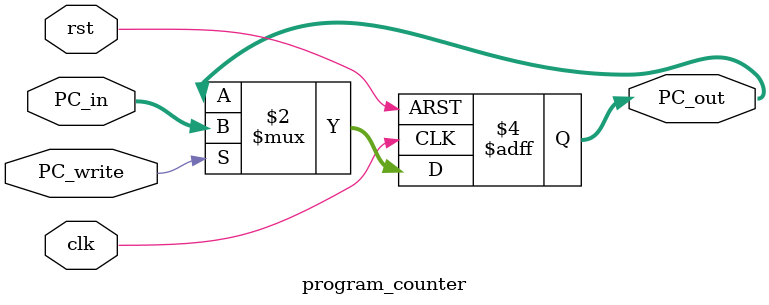
<source format=sv>
module program_counter (
    input  clk , 
    input rst , 
    input [31:0] PC_in , 
    input PC_write , 
    output reg  [31:0]PC_out
);


    always_ff @(posedge clk or posedge rst) begin
        if(rst)begin
            PC_out <= 32'b0;
        end
        else  if(PC_write)
                PC_out <= PC_in;
    end

endmodule

</source>
